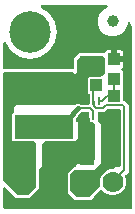
<source format=gbr>
G04 EAGLE Gerber RS-274X export*
G75*
%MOMM*%
%FSLAX34Y34*%
%LPD*%
%INTop Copper*%
%IPPOS*%
%AMOC8*
5,1,8,0,0,1.08239X$1,22.5*%
G01*
%ADD10R,1.240000X1.500000*%
%ADD11C,1.000000*%
%ADD12C,3.516000*%
%ADD13R,1.000000X1.075000*%
%ADD14C,1.778000*%
%ADD15R,0.275000X0.650000*%
%ADD16R,5.000000X2.000000*%
%ADD17C,0.906400*%
%ADD18C,0.254000*%
%ADD19C,0.406400*%
%ADD20C,0.203200*%
%ADD21C,0.177800*%

G36*
X110608Y2556D02*
X110608Y2556D01*
X110727Y2563D01*
X110765Y2576D01*
X110806Y2581D01*
X110916Y2624D01*
X111029Y2661D01*
X111064Y2683D01*
X111101Y2698D01*
X111197Y2767D01*
X111298Y2831D01*
X111326Y2861D01*
X111359Y2884D01*
X111435Y2976D01*
X111516Y3063D01*
X111536Y3098D01*
X111561Y3129D01*
X111612Y3237D01*
X111670Y3341D01*
X111680Y3381D01*
X111697Y3417D01*
X111719Y3534D01*
X111749Y3649D01*
X111753Y3709D01*
X111757Y3729D01*
X111755Y3750D01*
X111759Y3810D01*
X111759Y152400D01*
X111757Y152422D01*
X111755Y152500D01*
X111490Y155877D01*
X111476Y155945D01*
X111471Y156014D01*
X111431Y156170D01*
X110267Y159753D01*
X110216Y159861D01*
X110172Y159972D01*
X110149Y160004D01*
X110132Y160041D01*
X110056Y160133D01*
X109986Y160229D01*
X109955Y160255D01*
X109929Y160286D01*
X109833Y160356D01*
X109741Y160432D01*
X109704Y160449D01*
X109672Y160473D01*
X109561Y160517D01*
X109453Y160567D01*
X109414Y160575D01*
X109376Y160590D01*
X109257Y160605D01*
X109140Y160627D01*
X109101Y160625D01*
X109061Y160630D01*
X108942Y160615D01*
X108823Y160608D01*
X108785Y160595D01*
X108745Y160590D01*
X108634Y160546D01*
X108521Y160509D01*
X108487Y160488D01*
X108449Y160473D01*
X108353Y160403D01*
X108252Y160339D01*
X108224Y160310D01*
X108192Y160287D01*
X108116Y160195D01*
X108034Y160108D01*
X108015Y160073D01*
X107989Y160042D01*
X107938Y159934D01*
X107880Y159829D01*
X107870Y159790D01*
X107853Y159754D01*
X107831Y159637D01*
X107801Y159521D01*
X107797Y159462D01*
X107793Y159442D01*
X107795Y159421D01*
X107791Y159361D01*
X107791Y158795D01*
X105882Y154186D01*
X102354Y150658D01*
X97745Y148749D01*
X92755Y148749D01*
X88146Y150658D01*
X84618Y154186D01*
X82709Y158795D01*
X82709Y163785D01*
X84618Y168394D01*
X88146Y171922D01*
X90162Y172756D01*
X90179Y172766D01*
X90198Y172772D01*
X90317Y172845D01*
X90438Y172914D01*
X90452Y172928D01*
X90469Y172938D01*
X90566Y173038D01*
X90666Y173135D01*
X90677Y173152D01*
X90691Y173166D01*
X90760Y173287D01*
X90833Y173406D01*
X90838Y173425D01*
X90848Y173443D01*
X90885Y173577D01*
X90926Y173710D01*
X90927Y173730D01*
X90932Y173749D01*
X90935Y173889D01*
X90941Y174028D01*
X90937Y174047D01*
X90938Y174067D01*
X90905Y174203D01*
X90877Y174339D01*
X90868Y174357D01*
X90864Y174377D01*
X90799Y174499D01*
X90737Y174625D01*
X90724Y174640D01*
X90715Y174658D01*
X90622Y174761D01*
X90531Y174867D01*
X90515Y174878D01*
X90501Y174893D01*
X90385Y174970D01*
X90271Y175050D01*
X90252Y175057D01*
X90236Y175068D01*
X90104Y175114D01*
X89974Y175163D01*
X89954Y175165D01*
X89935Y175172D01*
X89776Y175194D01*
X89000Y175255D01*
X88978Y175254D01*
X88900Y175259D01*
X35404Y175259D01*
X35300Y175246D01*
X35196Y175242D01*
X35143Y175226D01*
X35089Y175219D01*
X34992Y175181D01*
X34891Y175151D01*
X34844Y175123D01*
X34793Y175102D01*
X34708Y175041D01*
X34619Y174987D01*
X34580Y174948D01*
X34535Y174916D01*
X34469Y174835D01*
X34396Y174761D01*
X34368Y174713D01*
X34333Y174671D01*
X34288Y174576D01*
X34236Y174486D01*
X34221Y174433D01*
X34197Y174383D01*
X34178Y174280D01*
X34149Y174180D01*
X34148Y174125D01*
X34137Y174071D01*
X34144Y173966D01*
X34141Y173862D01*
X34154Y173808D01*
X34157Y173753D01*
X34189Y173654D01*
X34213Y173552D01*
X34238Y173503D01*
X34255Y173451D01*
X34311Y173362D01*
X34359Y173270D01*
X34396Y173228D01*
X34425Y173182D01*
X34501Y173110D01*
X34571Y173032D01*
X34641Y172979D01*
X34657Y172964D01*
X34670Y172957D01*
X34699Y172935D01*
X41434Y168434D01*
X46350Y161078D01*
X48076Y152400D01*
X46350Y143722D01*
X41434Y136366D01*
X34078Y131450D01*
X25400Y129724D01*
X16722Y131450D01*
X9366Y136366D01*
X4865Y143101D01*
X4797Y143180D01*
X4736Y143265D01*
X4693Y143300D01*
X4657Y143341D01*
X4571Y143401D01*
X4491Y143467D01*
X4441Y143491D01*
X4395Y143522D01*
X4297Y143558D01*
X4203Y143603D01*
X4149Y143613D01*
X4097Y143632D01*
X3993Y143643D01*
X3890Y143663D01*
X3835Y143659D01*
X3781Y143665D01*
X3677Y143649D01*
X3573Y143643D01*
X3521Y143626D01*
X3466Y143618D01*
X3370Y143577D01*
X3271Y143545D01*
X3224Y143515D01*
X3173Y143494D01*
X3090Y143431D01*
X3002Y143375D01*
X2964Y143335D01*
X2920Y143301D01*
X2855Y143219D01*
X2784Y143143D01*
X2757Y143095D01*
X2723Y143052D01*
X2681Y142956D01*
X2630Y142865D01*
X2617Y142811D01*
X2594Y142761D01*
X2577Y142658D01*
X2551Y142557D01*
X2545Y142469D01*
X2542Y142447D01*
X2543Y142432D01*
X2541Y142396D01*
X2541Y121920D01*
X2556Y121802D01*
X2563Y121683D01*
X2576Y121645D01*
X2581Y121604D01*
X2624Y121494D01*
X2661Y121381D01*
X2683Y121346D01*
X2698Y121309D01*
X2767Y121213D01*
X2831Y121112D01*
X2861Y121084D01*
X2884Y121051D01*
X2976Y120975D01*
X3063Y120894D01*
X3098Y120874D01*
X3129Y120849D01*
X3237Y120798D01*
X3341Y120740D01*
X3381Y120730D01*
X3417Y120713D01*
X3534Y120691D01*
X3649Y120661D01*
X3709Y120657D01*
X3729Y120653D01*
X3750Y120655D01*
X3810Y120651D01*
X61214Y120651D01*
X61332Y120666D01*
X61451Y120673D01*
X61489Y120686D01*
X61530Y120691D01*
X61640Y120734D01*
X61753Y120771D01*
X61788Y120793D01*
X61825Y120808D01*
X61921Y120877D01*
X62022Y120941D01*
X62050Y120971D01*
X62083Y120994D01*
X62159Y121086D01*
X62240Y121173D01*
X62260Y121208D01*
X62285Y121239D01*
X62336Y121347D01*
X62394Y121451D01*
X62404Y121491D01*
X62421Y121527D01*
X62443Y121644D01*
X62473Y121759D01*
X62477Y121819D01*
X62481Y121839D01*
X62479Y121860D01*
X62483Y121920D01*
X62483Y129743D01*
X67107Y134367D01*
X87873Y134367D01*
X87985Y134381D01*
X88097Y134387D01*
X88142Y134401D01*
X88189Y134407D01*
X88293Y134448D01*
X88401Y134481D01*
X88441Y134506D01*
X88485Y134524D01*
X88576Y134590D01*
X88671Y134649D01*
X88704Y134683D01*
X88742Y134710D01*
X88814Y134797D01*
X88891Y134878D01*
X88915Y134919D01*
X88945Y134955D01*
X88993Y135057D01*
X89048Y135155D01*
X89071Y135224D01*
X89080Y135243D01*
X89084Y135261D01*
X89099Y135308D01*
X89152Y135506D01*
X89487Y136085D01*
X89960Y136558D01*
X90539Y136893D01*
X91186Y137066D01*
X94021Y137066D01*
X94021Y130380D01*
X94036Y130262D01*
X94043Y130143D01*
X94055Y130105D01*
X94061Y130065D01*
X94104Y129954D01*
X94141Y129841D01*
X94163Y129807D01*
X94178Y129769D01*
X94247Y129673D01*
X94311Y129572D01*
X94341Y129544D01*
X94364Y129512D01*
X94456Y129436D01*
X94543Y129354D01*
X94578Y129335D01*
X94609Y129309D01*
X94717Y129258D01*
X94821Y129201D01*
X94861Y129191D01*
X94897Y129173D01*
X95014Y129151D01*
X95129Y129121D01*
X95189Y129117D01*
X95209Y129114D01*
X95230Y129115D01*
X95290Y129111D01*
X96481Y129111D01*
X96481Y127920D01*
X96496Y127802D01*
X96503Y127683D01*
X96516Y127645D01*
X96521Y127604D01*
X96565Y127494D01*
X96601Y127381D01*
X96623Y127346D01*
X96638Y127309D01*
X96708Y127212D01*
X96771Y127112D01*
X96801Y127084D01*
X96825Y127051D01*
X96916Y126975D01*
X97003Y126894D01*
X97038Y126874D01*
X97070Y126849D01*
X97177Y126798D01*
X97282Y126740D01*
X97321Y126730D01*
X97357Y126713D01*
X97474Y126691D01*
X97590Y126661D01*
X97650Y126657D01*
X97670Y126653D01*
X97690Y126655D01*
X97750Y126651D01*
X104061Y126651D01*
X104061Y123441D01*
X103888Y122794D01*
X103553Y122215D01*
X103044Y121706D01*
X103028Y121694D01*
X102924Y121623D01*
X102902Y121598D01*
X102875Y121578D01*
X102797Y121479D01*
X102713Y121385D01*
X102698Y121355D01*
X102677Y121328D01*
X102626Y121214D01*
X102569Y121101D01*
X102561Y121069D01*
X102548Y121038D01*
X102527Y120914D01*
X102499Y120791D01*
X102500Y120757D01*
X102495Y120724D01*
X102505Y120599D01*
X102509Y120473D01*
X102518Y120441D01*
X102521Y120407D01*
X102562Y120289D01*
X102597Y120168D01*
X102614Y120139D01*
X102625Y120107D01*
X102695Y120002D01*
X102759Y119894D01*
X102791Y119857D01*
X102801Y119842D01*
X102817Y119827D01*
X102865Y119773D01*
X104061Y118577D01*
X104061Y94996D01*
X104076Y94878D01*
X104083Y94759D01*
X104096Y94721D01*
X104101Y94680D01*
X104144Y94570D01*
X104181Y94457D01*
X104203Y94422D01*
X104218Y94385D01*
X104287Y94289D01*
X104351Y94188D01*
X104381Y94160D01*
X104404Y94127D01*
X104496Y94051D01*
X104583Y93970D01*
X104618Y93950D01*
X104649Y93925D01*
X104757Y93874D01*
X104861Y93816D01*
X104901Y93806D01*
X104937Y93789D01*
X105054Y93767D01*
X105169Y93737D01*
X105229Y93733D01*
X105249Y93729D01*
X105270Y93731D01*
X105330Y93727D01*
X105613Y93727D01*
X108713Y90627D01*
X108713Y33833D01*
X106257Y31378D01*
X106257Y31377D01*
X106072Y31192D01*
X106054Y31168D01*
X106031Y31149D01*
X105956Y31043D01*
X105877Y30940D01*
X105865Y30913D01*
X105848Y30889D01*
X105802Y30768D01*
X105750Y30649D01*
X105746Y30619D01*
X105735Y30592D01*
X105721Y30462D01*
X105701Y30335D01*
X105703Y30305D01*
X105700Y30276D01*
X105718Y30147D01*
X105730Y30018D01*
X105740Y29990D01*
X105744Y29961D01*
X105796Y29808D01*
X106681Y27674D01*
X106681Y23126D01*
X104941Y18925D01*
X101725Y15709D01*
X97524Y13969D01*
X92976Y13969D01*
X88775Y15709D01*
X86314Y18170D01*
X86220Y18243D01*
X86131Y18322D01*
X86095Y18340D01*
X86063Y18365D01*
X85954Y18412D01*
X85848Y18467D01*
X85808Y18475D01*
X85771Y18491D01*
X85653Y18510D01*
X85537Y18536D01*
X85497Y18535D01*
X85457Y18541D01*
X85338Y18530D01*
X85220Y18527D01*
X85181Y18515D01*
X85140Y18511D01*
X85028Y18471D01*
X84914Y18438D01*
X84879Y18418D01*
X84841Y18404D01*
X84743Y18337D01*
X84640Y18277D01*
X84595Y18237D01*
X84578Y18225D01*
X84565Y18210D01*
X84519Y18170D01*
X79112Y12763D01*
X76508Y10159D01*
X63192Y10159D01*
X57112Y16239D01*
X57114Y16254D01*
X57139Y16349D01*
X57144Y16424D01*
X57144Y16427D01*
X57144Y16431D01*
X57145Y16449D01*
X57149Y16470D01*
X57147Y16482D01*
X57149Y16510D01*
X57149Y32494D01*
X62756Y38101D01*
X63040Y38101D01*
X63158Y38116D01*
X63277Y38123D01*
X63315Y38136D01*
X63356Y38141D01*
X63466Y38184D01*
X63579Y38221D01*
X63614Y38243D01*
X63651Y38258D01*
X63747Y38327D01*
X63848Y38391D01*
X63876Y38421D01*
X63909Y38444D01*
X63985Y38536D01*
X64066Y38623D01*
X64086Y38658D01*
X64111Y38689D01*
X64162Y38797D01*
X64220Y38901D01*
X64230Y38941D01*
X64247Y38977D01*
X64269Y39094D01*
X64299Y39209D01*
X64303Y39269D01*
X64307Y39289D01*
X64305Y39310D01*
X64309Y39370D01*
X64309Y39654D01*
X65296Y40641D01*
X76200Y40641D01*
X76298Y40653D01*
X76397Y40656D01*
X76455Y40673D01*
X76516Y40681D01*
X76608Y40717D01*
X76703Y40745D01*
X76755Y40775D01*
X76811Y40798D01*
X76891Y40856D01*
X76977Y40906D01*
X77052Y40972D01*
X77069Y40984D01*
X77076Y40994D01*
X77098Y41013D01*
X79638Y43553D01*
X79698Y43631D01*
X79766Y43703D01*
X79792Y43750D01*
X79793Y43751D01*
X79794Y43753D01*
X79795Y43756D01*
X79832Y43804D01*
X79872Y43895D01*
X79920Y43981D01*
X79935Y44040D01*
X79959Y44096D01*
X79974Y44194D01*
X79999Y44289D01*
X80005Y44389D01*
X80009Y44410D01*
X80007Y44422D01*
X80009Y44450D01*
X80009Y73660D01*
X79997Y73758D01*
X79994Y73857D01*
X79977Y73916D01*
X79969Y73976D01*
X79933Y74068D01*
X79905Y74163D01*
X79875Y74215D01*
X79852Y74271D01*
X79794Y74351D01*
X79744Y74437D01*
X79678Y74512D01*
X79666Y74529D01*
X79656Y74536D01*
X79638Y74558D01*
X78315Y75880D01*
X78237Y75940D01*
X78165Y76008D01*
X78112Y76037D01*
X78064Y76074D01*
X77973Y76114D01*
X77887Y76162D01*
X77828Y76177D01*
X77772Y76201D01*
X77674Y76216D01*
X77579Y76241D01*
X77479Y76247D01*
X77458Y76251D01*
X77446Y76249D01*
X77418Y76251D01*
X76628Y76251D01*
X75586Y77293D01*
X75586Y79776D01*
X75574Y79874D01*
X75571Y79973D01*
X75554Y80031D01*
X75546Y80092D01*
X75510Y80184D01*
X75482Y80279D01*
X75452Y80331D01*
X75429Y80387D01*
X75371Y80467D01*
X75361Y80485D01*
X75361Y83439D01*
X75346Y83557D01*
X75339Y83676D01*
X75326Y83714D01*
X75321Y83755D01*
X75277Y83865D01*
X75241Y83978D01*
X75219Y84013D01*
X75204Y84050D01*
X75134Y84146D01*
X75071Y84247D01*
X75041Y84275D01*
X75017Y84308D01*
X74926Y84384D01*
X74839Y84465D01*
X74804Y84485D01*
X74772Y84510D01*
X74665Y84561D01*
X74560Y84619D01*
X74521Y84629D01*
X74485Y84646D01*
X74368Y84668D01*
X74253Y84698D01*
X74192Y84702D01*
X74172Y84706D01*
X74152Y84704D01*
X74092Y84708D01*
X69469Y84708D01*
X69371Y84696D01*
X69272Y84693D01*
X69214Y84676D01*
X69153Y84668D01*
X69061Y84632D01*
X68966Y84604D01*
X68914Y84574D01*
X68858Y84551D01*
X68778Y84493D01*
X68692Y84443D01*
X68617Y84377D01*
X68600Y84365D01*
X68593Y84355D01*
X68572Y84337D01*
X66413Y82178D01*
X66352Y82099D01*
X66284Y82027D01*
X66255Y81974D01*
X66218Y81926D01*
X66178Y81835D01*
X66130Y81749D01*
X66115Y81690D01*
X66091Y81634D01*
X66076Y81536D01*
X66051Y81441D01*
X66045Y81341D01*
X66041Y81320D01*
X66043Y81308D01*
X66041Y81280D01*
X66041Y81164D01*
X64742Y79866D01*
X64682Y79787D01*
X64614Y79715D01*
X64585Y79662D01*
X64548Y79614D01*
X64508Y79523D01*
X64460Y79437D01*
X64445Y79378D01*
X64421Y79323D01*
X64406Y79225D01*
X64381Y79129D01*
X64375Y79029D01*
X64371Y79008D01*
X64373Y78996D01*
X64371Y78968D01*
X64371Y77160D01*
X64386Y77036D01*
X64396Y76910D01*
X64406Y76878D01*
X64411Y76845D01*
X64457Y76728D01*
X64497Y76609D01*
X64515Y76580D01*
X64528Y76549D01*
X64601Y76447D01*
X64670Y76342D01*
X64695Y76319D01*
X64714Y76292D01*
X64811Y76211D01*
X64904Y76126D01*
X64933Y76110D01*
X64959Y76089D01*
X65073Y76035D01*
X65184Y75976D01*
X65217Y75968D01*
X65247Y75953D01*
X65370Y75930D01*
X65493Y75899D01*
X65526Y75900D01*
X65559Y75893D01*
X65685Y75901D01*
X65811Y75902D01*
X65859Y75912D01*
X65877Y75913D01*
X65897Y75920D01*
X65969Y75934D01*
X66041Y75953D01*
X66041Y62756D01*
X62974Y59689D01*
X38100Y59689D01*
X38002Y59677D01*
X37903Y59674D01*
X37845Y59657D01*
X37784Y59649D01*
X37692Y59613D01*
X37597Y59585D01*
X37545Y59555D01*
X37489Y59532D01*
X37409Y59474D01*
X37323Y59424D01*
X37248Y59358D01*
X37231Y59346D01*
X37224Y59336D01*
X37203Y59318D01*
X35933Y58048D01*
X35872Y57969D01*
X35804Y57897D01*
X35775Y57844D01*
X35738Y57796D01*
X35698Y57705D01*
X35650Y57619D01*
X35635Y57560D01*
X35611Y57504D01*
X35596Y57406D01*
X35571Y57311D01*
X35565Y57211D01*
X35563Y57204D01*
X35563Y57203D01*
X35561Y57190D01*
X35563Y57178D01*
X35561Y57150D01*
X35561Y38626D01*
X33393Y36458D01*
X33332Y36379D01*
X33264Y36307D01*
X33235Y36254D01*
X33198Y36206D01*
X33158Y36115D01*
X33110Y36029D01*
X33095Y35970D01*
X33071Y35914D01*
X33056Y35816D01*
X33031Y35721D01*
X33026Y35640D01*
X33023Y35627D01*
X33024Y35617D01*
X33021Y35600D01*
X33023Y35588D01*
X33021Y35560D01*
X33021Y19906D01*
X32897Y19833D01*
X32798Y19774D01*
X32797Y19774D01*
X32797Y19773D01*
X32677Y19668D01*
X27042Y14033D01*
X24438Y11429D01*
X13662Y11429D01*
X4707Y20383D01*
X4598Y20469D01*
X4491Y20557D01*
X4472Y20566D01*
X4456Y20578D01*
X4328Y20634D01*
X4203Y20693D01*
X4183Y20697D01*
X4164Y20705D01*
X4026Y20727D01*
X3890Y20753D01*
X3870Y20751D01*
X3850Y20754D01*
X3711Y20741D01*
X3573Y20733D01*
X3554Y20727D01*
X3534Y20725D01*
X3402Y20677D01*
X3271Y20635D01*
X3253Y20624D01*
X3234Y20617D01*
X3119Y20539D01*
X3002Y20465D01*
X2988Y20450D01*
X2971Y20438D01*
X2879Y20334D01*
X2784Y20233D01*
X2774Y20215D01*
X2761Y20200D01*
X2697Y20076D01*
X2630Y19954D01*
X2625Y19935D01*
X2616Y19917D01*
X2586Y19781D01*
X2551Y19647D01*
X2549Y19618D01*
X2546Y19607D01*
X2547Y19586D01*
X2541Y19486D01*
X2541Y3810D01*
X2556Y3692D01*
X2563Y3573D01*
X2576Y3535D01*
X2581Y3494D01*
X2624Y3384D01*
X2661Y3271D01*
X2683Y3236D01*
X2698Y3199D01*
X2767Y3103D01*
X2831Y3002D01*
X2861Y2974D01*
X2884Y2941D01*
X2976Y2865D01*
X3063Y2784D01*
X3098Y2764D01*
X3129Y2739D01*
X3237Y2688D01*
X3341Y2630D01*
X3381Y2620D01*
X3417Y2603D01*
X3534Y2581D01*
X3649Y2551D01*
X3709Y2547D01*
X3729Y2543D01*
X3750Y2545D01*
X3810Y2541D01*
X110490Y2541D01*
X110608Y2556D01*
G37*
G36*
X22958Y13983D02*
X22958Y13983D01*
X23057Y13986D01*
X23115Y14003D01*
X23176Y14011D01*
X23268Y14047D01*
X23363Y14075D01*
X23415Y14105D01*
X23471Y14128D01*
X23551Y14186D01*
X23637Y14236D01*
X23712Y14302D01*
X23729Y14314D01*
X23736Y14324D01*
X23758Y14343D01*
X30108Y20693D01*
X30168Y20771D01*
X30236Y20843D01*
X30257Y20881D01*
X30278Y20906D01*
X30285Y20921D01*
X30302Y20944D01*
X30342Y21035D01*
X30390Y21121D01*
X30402Y21170D01*
X30413Y21193D01*
X30415Y21204D01*
X30429Y21236D01*
X30444Y21334D01*
X30469Y21429D01*
X30475Y21529D01*
X30479Y21550D01*
X30477Y21562D01*
X30479Y21590D01*
X30479Y57150D01*
X30464Y57268D01*
X30457Y57387D01*
X30444Y57425D01*
X30439Y57466D01*
X30396Y57576D01*
X30359Y57689D01*
X30337Y57724D01*
X30322Y57761D01*
X30253Y57857D01*
X30189Y57958D01*
X30159Y57986D01*
X30136Y58019D01*
X30044Y58095D01*
X29957Y58176D01*
X29922Y58196D01*
X29891Y58221D01*
X29783Y58272D01*
X29679Y58330D01*
X29639Y58340D01*
X29603Y58357D01*
X29486Y58379D01*
X29371Y58409D01*
X29311Y58413D01*
X29291Y58417D01*
X29270Y58415D01*
X29210Y58419D01*
X29209Y58419D01*
X29209Y58420D01*
X29194Y58538D01*
X29187Y58657D01*
X29174Y58695D01*
X29169Y58736D01*
X29126Y58846D01*
X29089Y58959D01*
X29067Y58994D01*
X29052Y59031D01*
X28983Y59127D01*
X28919Y59228D01*
X28889Y59256D01*
X28866Y59289D01*
X28774Y59365D01*
X28687Y59446D01*
X28652Y59466D01*
X28621Y59491D01*
X28513Y59542D01*
X28409Y59600D01*
X28369Y59610D01*
X28333Y59627D01*
X28216Y59649D01*
X28101Y59679D01*
X28041Y59683D01*
X28021Y59687D01*
X28000Y59685D01*
X27940Y59689D01*
X13150Y59689D01*
X13093Y59714D01*
X13007Y59762D01*
X12948Y59777D01*
X12892Y59801D01*
X12794Y59816D01*
X12699Y59841D01*
X12598Y59847D01*
X12578Y59851D01*
X12566Y59849D01*
X12538Y59851D01*
X11093Y59851D01*
X10051Y60893D01*
X10051Y82367D01*
X11058Y83373D01*
X11118Y83451D01*
X11186Y83523D01*
X11215Y83576D01*
X11252Y83624D01*
X11292Y83715D01*
X11340Y83802D01*
X11355Y83860D01*
X11379Y83916D01*
X11394Y84014D01*
X11419Y84110D01*
X11425Y84210D01*
X11429Y84230D01*
X11427Y84242D01*
X11429Y84270D01*
X11429Y88374D01*
X13226Y90171D01*
X60960Y90171D01*
X61058Y90183D01*
X61157Y90186D01*
X61215Y90203D01*
X61276Y90211D01*
X61368Y90247D01*
X61463Y90275D01*
X61515Y90305D01*
X61571Y90328D01*
X61651Y90386D01*
X61717Y90425D01*
X62666Y90425D01*
X62752Y90437D01*
X62840Y90440D01*
X62893Y90457D01*
X62947Y90465D01*
X63027Y90500D01*
X63110Y90527D01*
X63150Y90555D01*
X63207Y90581D01*
X63320Y90677D01*
X63384Y90722D01*
X64356Y91695D01*
X67724Y91695D01*
X68569Y90849D01*
X68639Y90797D01*
X68703Y90737D01*
X68752Y90711D01*
X68797Y90678D01*
X68878Y90647D01*
X68956Y90607D01*
X69004Y90599D01*
X69062Y90577D01*
X69210Y90565D01*
X69287Y90552D01*
X74571Y90552D01*
X74629Y90560D01*
X74687Y90558D01*
X74769Y90580D01*
X74853Y90592D01*
X74906Y90615D01*
X74962Y90630D01*
X75035Y90673D01*
X75112Y90708D01*
X75157Y90746D01*
X75207Y90775D01*
X75265Y90837D01*
X75329Y90891D01*
X75361Y90940D01*
X75401Y90983D01*
X75440Y91058D01*
X75487Y91128D01*
X75504Y91184D01*
X75531Y91236D01*
X75542Y91304D01*
X75572Y91399D01*
X75575Y91499D01*
X75586Y91567D01*
X75586Y98058D01*
X75596Y98083D01*
X75636Y98161D01*
X75644Y98209D01*
X75666Y98267D01*
X75675Y98370D01*
X75677Y98379D01*
X75678Y98414D01*
X75678Y98415D01*
X75691Y98492D01*
X75691Y99348D01*
X75679Y99434D01*
X75676Y99522D01*
X75659Y99574D01*
X75651Y99629D01*
X75616Y99709D01*
X75589Y99792D01*
X75561Y99831D01*
X75535Y99889D01*
X75439Y100002D01*
X75394Y100066D01*
X74501Y100958D01*
X74501Y113182D01*
X75648Y114328D01*
X75700Y114398D01*
X75760Y114462D01*
X75786Y114511D01*
X75818Y114555D01*
X85090Y114555D01*
X85177Y114567D01*
X85264Y114570D01*
X85317Y114587D01*
X85372Y114595D01*
X85451Y114630D01*
X85535Y114657D01*
X85574Y114685D01*
X85631Y114711D01*
X85744Y114807D01*
X85808Y114852D01*
X88348Y117392D01*
X88400Y117462D01*
X88460Y117526D01*
X88486Y117575D01*
X88519Y117619D01*
X88550Y117701D01*
X88590Y117779D01*
X88598Y117827D01*
X88620Y117885D01*
X88632Y118033D01*
X88645Y118110D01*
X88645Y129540D01*
X88633Y129627D01*
X88630Y129714D01*
X88613Y129767D01*
X88605Y129822D01*
X88570Y129901D01*
X88543Y129985D01*
X88515Y130024D01*
X88489Y130081D01*
X88393Y130194D01*
X88348Y130258D01*
X87078Y131528D01*
X87008Y131580D01*
X86944Y131640D01*
X86895Y131666D01*
X86851Y131699D01*
X86769Y131730D01*
X86691Y131770D01*
X86644Y131778D01*
X86585Y131800D01*
X86437Y131812D01*
X86360Y131825D01*
X68580Y131825D01*
X68493Y131813D01*
X68406Y131810D01*
X68353Y131793D01*
X68299Y131785D01*
X68219Y131750D01*
X68135Y131723D01*
X68096Y131695D01*
X68039Y131669D01*
X67926Y131573D01*
X67862Y131528D01*
X65322Y128988D01*
X65270Y128918D01*
X65210Y128854D01*
X65184Y128805D01*
X65151Y128761D01*
X65120Y128679D01*
X65080Y128601D01*
X65072Y128554D01*
X65050Y128495D01*
X65038Y128347D01*
X65025Y128270D01*
X65025Y118531D01*
X63045Y116550D01*
X61858Y117738D01*
X61779Y117798D01*
X61707Y117866D01*
X61654Y117895D01*
X61606Y117932D01*
X61515Y117972D01*
X61429Y118020D01*
X61370Y118035D01*
X61314Y118059D01*
X61216Y118074D01*
X61121Y118099D01*
X61021Y118105D01*
X61000Y118109D01*
X60988Y118107D01*
X60960Y118109D01*
X3810Y118109D01*
X3692Y118094D01*
X3573Y118087D01*
X3535Y118074D01*
X3494Y118069D01*
X3384Y118026D01*
X3271Y117989D01*
X3236Y117967D01*
X3199Y117952D01*
X3103Y117882D01*
X3002Y117819D01*
X2974Y117789D01*
X2941Y117766D01*
X2865Y117674D01*
X2784Y117587D01*
X2764Y117552D01*
X2739Y117521D01*
X2688Y117413D01*
X2630Y117309D01*
X2620Y117269D01*
X2603Y117233D01*
X2581Y117116D01*
X2551Y117001D01*
X2547Y116940D01*
X2543Y116920D01*
X2545Y116900D01*
X2541Y116840D01*
X2541Y26670D01*
X2553Y26572D01*
X2556Y26473D01*
X2573Y26415D01*
X2581Y26354D01*
X2617Y26262D01*
X2645Y26167D01*
X2665Y26133D01*
X2668Y26124D01*
X2679Y26107D01*
X2698Y26059D01*
X2756Y25979D01*
X2806Y25893D01*
X2834Y25862D01*
X2838Y25855D01*
X2848Y25846D01*
X2872Y25818D01*
X2884Y25801D01*
X2894Y25794D01*
X2912Y25773D01*
X14343Y14343D01*
X14421Y14282D01*
X14493Y14214D01*
X14546Y14185D01*
X14594Y14148D01*
X14685Y14108D01*
X14771Y14060D01*
X14830Y14045D01*
X14886Y14021D01*
X14984Y14006D01*
X15079Y13981D01*
X15179Y13975D01*
X15200Y13971D01*
X15212Y13973D01*
X15240Y13971D01*
X22860Y13971D01*
X22958Y13983D01*
G37*
G36*
X75028Y12713D02*
X75028Y12713D01*
X75127Y12716D01*
X75185Y12733D01*
X75246Y12741D01*
X75338Y12777D01*
X75433Y12805D01*
X75485Y12835D01*
X75541Y12858D01*
X75621Y12916D01*
X75707Y12966D01*
X75782Y13032D01*
X75799Y13044D01*
X75806Y13054D01*
X75828Y13073D01*
X84407Y21652D01*
X84425Y21675D01*
X84447Y21694D01*
X84522Y21800D01*
X84602Y21903D01*
X84613Y21930D01*
X84630Y21954D01*
X84676Y22076D01*
X84728Y22195D01*
X84733Y22224D01*
X84743Y22252D01*
X84757Y22381D01*
X84778Y22509D01*
X84775Y22538D01*
X84778Y22568D01*
X84760Y22696D01*
X84748Y22826D01*
X84738Y22853D01*
X84734Y22883D01*
X84682Y23035D01*
X84581Y23278D01*
X84581Y27522D01*
X86205Y31443D01*
X89207Y34445D01*
X93128Y36069D01*
X94488Y36069D01*
X94586Y36081D01*
X94685Y36084D01*
X94743Y36101D01*
X94804Y36109D01*
X94896Y36145D01*
X94991Y36173D01*
X95043Y36203D01*
X95099Y36226D01*
X95179Y36284D01*
X95265Y36334D01*
X95340Y36400D01*
X95357Y36412D01*
X95364Y36422D01*
X95385Y36440D01*
X97046Y38101D01*
X100330Y38101D01*
X100428Y38113D01*
X100527Y38116D01*
X100585Y38133D01*
X100646Y38141D01*
X100738Y38177D01*
X100833Y38205D01*
X100885Y38235D01*
X100941Y38258D01*
X101021Y38316D01*
X101107Y38366D01*
X101182Y38432D01*
X101199Y38444D01*
X101206Y38454D01*
X101228Y38473D01*
X101736Y38981D01*
X101796Y39059D01*
X101864Y39131D01*
X101893Y39184D01*
X101930Y39232D01*
X101970Y39323D01*
X102018Y39409D01*
X102033Y39468D01*
X102057Y39524D01*
X102072Y39622D01*
X102097Y39717D01*
X102103Y39817D01*
X102107Y39838D01*
X102105Y39850D01*
X102107Y39878D01*
X102107Y85852D01*
X102092Y85970D01*
X102085Y86089D01*
X102072Y86127D01*
X102067Y86168D01*
X102024Y86278D01*
X101987Y86391D01*
X101965Y86426D01*
X101950Y86463D01*
X101881Y86559D01*
X101817Y86660D01*
X101787Y86688D01*
X101764Y86721D01*
X101672Y86797D01*
X101585Y86878D01*
X101550Y86898D01*
X101519Y86923D01*
X101411Y86974D01*
X101307Y87032D01*
X101267Y87042D01*
X101231Y87059D01*
X101114Y87081D01*
X100999Y87111D01*
X100939Y87115D01*
X100919Y87119D01*
X100898Y87117D01*
X100838Y87121D01*
X90943Y87121D01*
X90844Y87109D01*
X90745Y87106D01*
X90687Y87089D01*
X90627Y87081D01*
X90535Y87045D01*
X90440Y87017D01*
X90388Y86987D01*
X90331Y86964D01*
X90251Y86906D01*
X90166Y86856D01*
X90091Y86790D01*
X90074Y86778D01*
X90066Y86768D01*
X90045Y86750D01*
X87877Y84581D01*
X85235Y84581D01*
X85167Y84619D01*
X85108Y84634D01*
X85053Y84658D01*
X84955Y84673D01*
X84859Y84698D01*
X84759Y84704D01*
X84739Y84708D01*
X84726Y84706D01*
X84698Y84708D01*
X83820Y84708D01*
X83702Y84693D01*
X83583Y84686D01*
X83545Y84673D01*
X83504Y84668D01*
X83394Y84625D01*
X83281Y84588D01*
X83246Y84566D01*
X83209Y84551D01*
X83113Y84482D01*
X83012Y84418D01*
X82984Y84388D01*
X82951Y84365D01*
X82876Y84273D01*
X82794Y84186D01*
X82774Y84151D01*
X82749Y84120D01*
X82698Y84012D01*
X82640Y83908D01*
X82630Y83868D01*
X82613Y83832D01*
X82591Y83715D01*
X82561Y83600D01*
X82557Y83540D01*
X82553Y83520D01*
X82555Y83499D01*
X82551Y83439D01*
X82551Y77470D01*
X82563Y77372D01*
X82566Y77273D01*
X82583Y77215D01*
X82591Y77154D01*
X82627Y77062D01*
X82655Y76967D01*
X82685Y76915D01*
X82708Y76859D01*
X82766Y76779D01*
X82816Y76693D01*
X82882Y76618D01*
X82894Y76601D01*
X82904Y76594D01*
X82923Y76573D01*
X85091Y74404D01*
X85091Y41166D01*
X79484Y35559D01*
X63616Y35559D01*
X63518Y35547D01*
X63419Y35544D01*
X63360Y35527D01*
X63300Y35519D01*
X63208Y35483D01*
X63113Y35455D01*
X63061Y35425D01*
X63005Y35402D01*
X62924Y35344D01*
X62839Y35294D01*
X62764Y35228D01*
X62747Y35216D01*
X62740Y35207D01*
X62735Y35204D01*
X62732Y35199D01*
X62718Y35188D01*
X59554Y32024D01*
X59494Y31945D01*
X59426Y31873D01*
X59397Y31820D01*
X59360Y31772D01*
X59320Y31681D01*
X59272Y31595D01*
X59257Y31536D01*
X59233Y31481D01*
X59218Y31383D01*
X59193Y31287D01*
X59187Y31187D01*
X59183Y31166D01*
X59185Y31154D01*
X59183Y31126D01*
X59183Y18288D01*
X59195Y18190D01*
X59198Y18091D01*
X59215Y18033D01*
X59223Y17972D01*
X59259Y17880D01*
X59287Y17785D01*
X59317Y17733D01*
X59340Y17677D01*
X59398Y17597D01*
X59448Y17511D01*
X59514Y17436D01*
X59526Y17419D01*
X59536Y17412D01*
X59554Y17391D01*
X63873Y13073D01*
X63951Y13012D01*
X64023Y12944D01*
X64076Y12915D01*
X64124Y12878D01*
X64215Y12838D01*
X64301Y12790D01*
X64360Y12775D01*
X64416Y12751D01*
X64514Y12736D01*
X64609Y12711D01*
X64709Y12705D01*
X64730Y12701D01*
X64742Y12703D01*
X64770Y12701D01*
X74930Y12701D01*
X75028Y12713D01*
G37*
%LPC*%
G36*
X99019Y131649D02*
X99019Y131649D01*
X99019Y137066D01*
X101854Y137066D01*
X102501Y136893D01*
X103080Y136558D01*
X103553Y136085D01*
X103888Y135506D01*
X104061Y134859D01*
X104061Y131649D01*
X99019Y131649D01*
G37*
%LPD*%
D10*
X92050Y66040D03*
X73050Y66040D03*
X22250Y46990D03*
X41250Y46990D03*
D11*
X95250Y161290D03*
D12*
X25400Y152400D03*
D13*
X81280Y124070D03*
X81280Y107070D03*
D14*
X95250Y25400D03*
X69850Y25400D03*
X44450Y25400D03*
X19050Y25400D03*
D13*
X96520Y81416D03*
X96520Y98416D03*
X96520Y112150D03*
X96520Y129150D03*
D15*
X78740Y81280D03*
X83740Y81280D03*
X73740Y81280D03*
X83740Y93980D03*
X78740Y93980D03*
X73740Y93980D03*
D10*
X92050Y47244D03*
X73050Y47244D03*
D16*
X36830Y103630D03*
X36830Y71630D03*
D17*
X59690Y53340D03*
D18*
X73050Y66040D02*
X73740Y66730D01*
D17*
X106680Y142240D03*
X54610Y125730D03*
X36830Y125730D03*
X10160Y125730D03*
X55880Y40640D03*
D19*
X22250Y46990D02*
X20320Y45060D01*
D20*
X78740Y93980D02*
X78740Y104530D01*
X81280Y107070D01*
D21*
X78740Y93980D02*
X79375Y93345D01*
X79375Y89586D01*
X81331Y87630D01*
X86614Y87630D01*
D20*
X89154Y90170D02*
X104140Y90170D01*
X105156Y89154D01*
X105156Y35306D02*
X95250Y25400D01*
X86614Y87630D02*
X89154Y90170D01*
X105156Y89154D02*
X105156Y35306D01*
X86280Y93980D02*
X90716Y98416D01*
X86280Y93980D02*
X83740Y93980D01*
X90716Y98416D02*
X96520Y98416D01*
X96520Y112150D01*
D21*
X78283Y85268D02*
X78283Y81737D01*
X78740Y81280D01*
X78283Y85268D02*
X75921Y87630D01*
D19*
X66040Y87630D02*
X57150Y78740D01*
X57150Y73660D01*
X41150Y71630D02*
X36830Y71630D01*
D21*
X66040Y87630D02*
X75921Y87630D01*
D19*
X57150Y73660D02*
X43180Y73660D01*
X41150Y71630D01*
M02*

</source>
